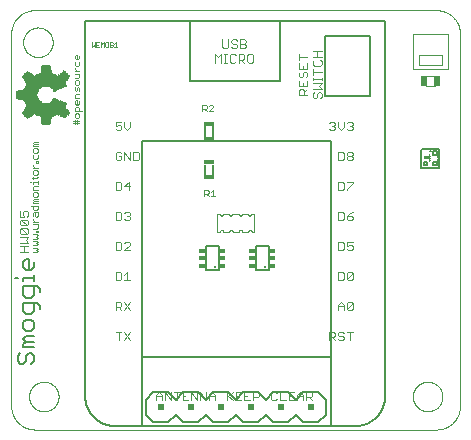
<source format=gto>
G75*
%MOIN*%
%OFA0B0*%
%FSLAX25Y25*%
%IPPOS*%
%LPD*%
%AMOC8*
5,1,8,0,0,1.08239X$1,22.5*
%
%ADD10C,0.00000*%
%ADD11C,0.00500*%
%ADD12C,0.00200*%
%ADD13C,0.00300*%
%ADD14R,0.00236X0.00709*%
%ADD15R,0.00236X0.00472*%
%ADD16R,0.00236X0.01181*%
%ADD17R,0.00236X0.01890*%
%ADD18R,0.00236X0.01654*%
%ADD19R,0.00236X0.02126*%
%ADD20R,0.00236X0.02362*%
%ADD21R,0.00236X0.02835*%
%ADD22R,0.00236X0.03307*%
%ADD23R,0.00236X0.00945*%
%ADD24R,0.00236X0.03543*%
%ADD25R,0.00236X0.05197*%
%ADD26R,0.00236X0.05433*%
%ADD27R,0.00236X0.05669*%
%ADD28R,0.00236X0.04961*%
%ADD29R,0.00236X0.05906*%
%ADD30R,0.00236X0.06142*%
%ADD31R,0.00236X0.07087*%
%ADD32R,0.00236X0.07323*%
%ADD33R,0.00236X0.06378*%
%ADD34R,0.00236X0.06614*%
%ADD35R,0.00236X0.13701*%
%ADD36R,0.00236X0.13465*%
%ADD37R,0.00236X0.13228*%
%ADD38R,0.00236X0.12992*%
%ADD39R,0.00236X0.14173*%
%ADD40R,0.00236X0.14409*%
%ADD41R,0.00236X0.14646*%
%ADD42R,0.00236X0.15118*%
%ADD43R,0.00236X0.15354*%
%ADD44R,0.00236X0.15591*%
%ADD45R,0.00236X0.15827*%
%ADD46R,0.00236X0.03071*%
%ADD47R,0.00236X0.04724*%
%ADD48R,0.00236X0.03780*%
%ADD49R,0.00236X0.01417*%
%ADD50C,0.00800*%
%ADD51C,0.00100*%
%ADD52C,0.00600*%
%ADD53R,0.03400X0.01600*%
%ADD54C,0.00400*%
%ADD55R,0.01969X0.03740*%
%ADD56R,0.02000X0.02000*%
%ADD57C,0.00197*%
%ADD58C,0.01181*%
%ADD59R,0.01969X0.01181*%
D10*
X0009474Y0001600D02*
X0143332Y0001600D01*
X0143522Y0001602D01*
X0143712Y0001609D01*
X0143902Y0001621D01*
X0144092Y0001637D01*
X0144281Y0001657D01*
X0144470Y0001683D01*
X0144658Y0001712D01*
X0144845Y0001747D01*
X0145031Y0001786D01*
X0145216Y0001829D01*
X0145401Y0001877D01*
X0145584Y0001929D01*
X0145765Y0001985D01*
X0145945Y0002046D01*
X0146124Y0002112D01*
X0146301Y0002181D01*
X0146477Y0002255D01*
X0146650Y0002333D01*
X0146822Y0002416D01*
X0146991Y0002502D01*
X0147159Y0002592D01*
X0147324Y0002687D01*
X0147487Y0002785D01*
X0147647Y0002888D01*
X0147805Y0002994D01*
X0147960Y0003104D01*
X0148113Y0003217D01*
X0148263Y0003335D01*
X0148409Y0003456D01*
X0148553Y0003580D01*
X0148694Y0003708D01*
X0148832Y0003839D01*
X0148967Y0003974D01*
X0149098Y0004112D01*
X0149226Y0004253D01*
X0149350Y0004397D01*
X0149471Y0004543D01*
X0149589Y0004693D01*
X0149702Y0004846D01*
X0149812Y0005001D01*
X0149918Y0005159D01*
X0150021Y0005319D01*
X0150119Y0005482D01*
X0150214Y0005647D01*
X0150304Y0005815D01*
X0150390Y0005984D01*
X0150473Y0006156D01*
X0150551Y0006329D01*
X0150625Y0006505D01*
X0150694Y0006682D01*
X0150760Y0006861D01*
X0150821Y0007041D01*
X0150877Y0007222D01*
X0150929Y0007405D01*
X0150977Y0007590D01*
X0151020Y0007775D01*
X0151059Y0007961D01*
X0151094Y0008148D01*
X0151123Y0008336D01*
X0151149Y0008525D01*
X0151169Y0008714D01*
X0151185Y0008904D01*
X0151197Y0009094D01*
X0151204Y0009284D01*
X0151206Y0009474D01*
X0151206Y0133490D01*
X0151204Y0133680D01*
X0151197Y0133870D01*
X0151185Y0134060D01*
X0151169Y0134250D01*
X0151149Y0134439D01*
X0151123Y0134628D01*
X0151094Y0134816D01*
X0151059Y0135003D01*
X0151020Y0135189D01*
X0150977Y0135374D01*
X0150929Y0135559D01*
X0150877Y0135742D01*
X0150821Y0135923D01*
X0150760Y0136103D01*
X0150694Y0136282D01*
X0150625Y0136459D01*
X0150551Y0136635D01*
X0150473Y0136808D01*
X0150390Y0136980D01*
X0150304Y0137149D01*
X0150214Y0137317D01*
X0150119Y0137482D01*
X0150021Y0137645D01*
X0149918Y0137805D01*
X0149812Y0137963D01*
X0149702Y0138118D01*
X0149589Y0138271D01*
X0149471Y0138421D01*
X0149350Y0138567D01*
X0149226Y0138711D01*
X0149098Y0138852D01*
X0148967Y0138990D01*
X0148832Y0139125D01*
X0148694Y0139256D01*
X0148553Y0139384D01*
X0148409Y0139508D01*
X0148263Y0139629D01*
X0148113Y0139747D01*
X0147960Y0139860D01*
X0147805Y0139970D01*
X0147647Y0140076D01*
X0147487Y0140179D01*
X0147324Y0140277D01*
X0147159Y0140372D01*
X0146991Y0140462D01*
X0146822Y0140548D01*
X0146650Y0140631D01*
X0146477Y0140709D01*
X0146301Y0140783D01*
X0146124Y0140852D01*
X0145945Y0140918D01*
X0145765Y0140979D01*
X0145584Y0141035D01*
X0145401Y0141087D01*
X0145216Y0141135D01*
X0145031Y0141178D01*
X0144845Y0141217D01*
X0144658Y0141252D01*
X0144470Y0141281D01*
X0144281Y0141307D01*
X0144092Y0141327D01*
X0143902Y0141343D01*
X0143712Y0141355D01*
X0143522Y0141362D01*
X0143332Y0141364D01*
X0009474Y0141364D01*
X0009284Y0141362D01*
X0009094Y0141355D01*
X0008904Y0141343D01*
X0008714Y0141327D01*
X0008525Y0141307D01*
X0008336Y0141281D01*
X0008148Y0141252D01*
X0007961Y0141217D01*
X0007775Y0141178D01*
X0007590Y0141135D01*
X0007405Y0141087D01*
X0007222Y0141035D01*
X0007041Y0140979D01*
X0006861Y0140918D01*
X0006682Y0140852D01*
X0006505Y0140783D01*
X0006329Y0140709D01*
X0006156Y0140631D01*
X0005984Y0140548D01*
X0005815Y0140462D01*
X0005647Y0140372D01*
X0005482Y0140277D01*
X0005319Y0140179D01*
X0005159Y0140076D01*
X0005001Y0139970D01*
X0004846Y0139860D01*
X0004693Y0139747D01*
X0004543Y0139629D01*
X0004397Y0139508D01*
X0004253Y0139384D01*
X0004112Y0139256D01*
X0003974Y0139125D01*
X0003839Y0138990D01*
X0003708Y0138852D01*
X0003580Y0138711D01*
X0003456Y0138567D01*
X0003335Y0138421D01*
X0003217Y0138271D01*
X0003104Y0138118D01*
X0002994Y0137963D01*
X0002888Y0137805D01*
X0002785Y0137645D01*
X0002687Y0137482D01*
X0002592Y0137317D01*
X0002502Y0137149D01*
X0002416Y0136980D01*
X0002333Y0136808D01*
X0002255Y0136635D01*
X0002181Y0136459D01*
X0002112Y0136282D01*
X0002046Y0136103D01*
X0001985Y0135923D01*
X0001929Y0135742D01*
X0001877Y0135559D01*
X0001829Y0135374D01*
X0001786Y0135189D01*
X0001747Y0135003D01*
X0001712Y0134816D01*
X0001683Y0134628D01*
X0001657Y0134439D01*
X0001637Y0134250D01*
X0001621Y0134060D01*
X0001609Y0133870D01*
X0001602Y0133680D01*
X0001600Y0133490D01*
X0001600Y0009474D01*
X0001602Y0009284D01*
X0001609Y0009094D01*
X0001621Y0008904D01*
X0001637Y0008714D01*
X0001657Y0008525D01*
X0001683Y0008336D01*
X0001712Y0008148D01*
X0001747Y0007961D01*
X0001786Y0007775D01*
X0001829Y0007590D01*
X0001877Y0007405D01*
X0001929Y0007222D01*
X0001985Y0007041D01*
X0002046Y0006861D01*
X0002112Y0006682D01*
X0002181Y0006505D01*
X0002255Y0006329D01*
X0002333Y0006156D01*
X0002416Y0005984D01*
X0002502Y0005815D01*
X0002592Y0005647D01*
X0002687Y0005482D01*
X0002785Y0005319D01*
X0002888Y0005159D01*
X0002994Y0005001D01*
X0003104Y0004846D01*
X0003217Y0004693D01*
X0003335Y0004543D01*
X0003456Y0004397D01*
X0003580Y0004253D01*
X0003708Y0004112D01*
X0003839Y0003974D01*
X0003974Y0003839D01*
X0004112Y0003708D01*
X0004253Y0003580D01*
X0004397Y0003456D01*
X0004543Y0003335D01*
X0004693Y0003217D01*
X0004846Y0003104D01*
X0005001Y0002994D01*
X0005159Y0002888D01*
X0005319Y0002785D01*
X0005482Y0002687D01*
X0005647Y0002592D01*
X0005815Y0002502D01*
X0005984Y0002416D01*
X0006156Y0002333D01*
X0006329Y0002255D01*
X0006505Y0002181D01*
X0006682Y0002112D01*
X0006861Y0002046D01*
X0007041Y0001985D01*
X0007222Y0001929D01*
X0007405Y0001877D01*
X0007590Y0001829D01*
X0007775Y0001786D01*
X0007961Y0001747D01*
X0008148Y0001712D01*
X0008336Y0001683D01*
X0008525Y0001657D01*
X0008714Y0001637D01*
X0008904Y0001621D01*
X0009094Y0001609D01*
X0009284Y0001602D01*
X0009474Y0001600D01*
X0007537Y0012589D02*
X0007539Y0012729D01*
X0007545Y0012869D01*
X0007555Y0013008D01*
X0007569Y0013147D01*
X0007587Y0013286D01*
X0007608Y0013424D01*
X0007634Y0013562D01*
X0007664Y0013699D01*
X0007697Y0013834D01*
X0007735Y0013969D01*
X0007776Y0014103D01*
X0007821Y0014236D01*
X0007869Y0014367D01*
X0007922Y0014496D01*
X0007978Y0014625D01*
X0008037Y0014751D01*
X0008101Y0014876D01*
X0008167Y0014999D01*
X0008238Y0015120D01*
X0008311Y0015239D01*
X0008388Y0015356D01*
X0008469Y0015470D01*
X0008552Y0015582D01*
X0008639Y0015692D01*
X0008729Y0015800D01*
X0008821Y0015904D01*
X0008917Y0016006D01*
X0009016Y0016106D01*
X0009117Y0016202D01*
X0009221Y0016296D01*
X0009328Y0016386D01*
X0009437Y0016473D01*
X0009549Y0016558D01*
X0009663Y0016639D01*
X0009779Y0016717D01*
X0009897Y0016791D01*
X0010018Y0016862D01*
X0010140Y0016930D01*
X0010265Y0016994D01*
X0010391Y0017055D01*
X0010518Y0017112D01*
X0010648Y0017165D01*
X0010779Y0017215D01*
X0010911Y0017260D01*
X0011044Y0017303D01*
X0011179Y0017341D01*
X0011314Y0017375D01*
X0011451Y0017406D01*
X0011588Y0017433D01*
X0011726Y0017455D01*
X0011865Y0017474D01*
X0012004Y0017489D01*
X0012143Y0017500D01*
X0012283Y0017507D01*
X0012423Y0017510D01*
X0012563Y0017509D01*
X0012703Y0017504D01*
X0012842Y0017495D01*
X0012982Y0017482D01*
X0013121Y0017465D01*
X0013259Y0017444D01*
X0013397Y0017420D01*
X0013534Y0017391D01*
X0013670Y0017359D01*
X0013805Y0017322D01*
X0013939Y0017282D01*
X0014072Y0017238D01*
X0014203Y0017190D01*
X0014333Y0017139D01*
X0014462Y0017084D01*
X0014589Y0017025D01*
X0014714Y0016962D01*
X0014837Y0016897D01*
X0014959Y0016827D01*
X0015078Y0016754D01*
X0015196Y0016678D01*
X0015311Y0016599D01*
X0015424Y0016516D01*
X0015534Y0016430D01*
X0015642Y0016341D01*
X0015747Y0016249D01*
X0015850Y0016154D01*
X0015950Y0016056D01*
X0016047Y0015956D01*
X0016141Y0015852D01*
X0016233Y0015746D01*
X0016321Y0015638D01*
X0016406Y0015527D01*
X0016488Y0015413D01*
X0016567Y0015297D01*
X0016642Y0015180D01*
X0016714Y0015060D01*
X0016782Y0014938D01*
X0016847Y0014814D01*
X0016909Y0014688D01*
X0016967Y0014561D01*
X0017021Y0014432D01*
X0017072Y0014301D01*
X0017118Y0014169D01*
X0017161Y0014036D01*
X0017201Y0013902D01*
X0017236Y0013767D01*
X0017268Y0013630D01*
X0017295Y0013493D01*
X0017319Y0013355D01*
X0017339Y0013217D01*
X0017355Y0013078D01*
X0017367Y0012938D01*
X0017375Y0012799D01*
X0017379Y0012659D01*
X0017379Y0012519D01*
X0017375Y0012379D01*
X0017367Y0012240D01*
X0017355Y0012100D01*
X0017339Y0011961D01*
X0017319Y0011823D01*
X0017295Y0011685D01*
X0017268Y0011548D01*
X0017236Y0011411D01*
X0017201Y0011276D01*
X0017161Y0011142D01*
X0017118Y0011009D01*
X0017072Y0010877D01*
X0017021Y0010746D01*
X0016967Y0010617D01*
X0016909Y0010490D01*
X0016847Y0010364D01*
X0016782Y0010240D01*
X0016714Y0010118D01*
X0016642Y0009998D01*
X0016567Y0009881D01*
X0016488Y0009765D01*
X0016406Y0009651D01*
X0016321Y0009540D01*
X0016233Y0009432D01*
X0016141Y0009326D01*
X0016047Y0009222D01*
X0015950Y0009122D01*
X0015850Y0009024D01*
X0015747Y0008929D01*
X0015642Y0008837D01*
X0015534Y0008748D01*
X0015424Y0008662D01*
X0015311Y0008579D01*
X0015196Y0008500D01*
X0015078Y0008424D01*
X0014959Y0008351D01*
X0014837Y0008281D01*
X0014714Y0008216D01*
X0014589Y0008153D01*
X0014462Y0008094D01*
X0014333Y0008039D01*
X0014203Y0007988D01*
X0014072Y0007940D01*
X0013939Y0007896D01*
X0013805Y0007856D01*
X0013670Y0007819D01*
X0013534Y0007787D01*
X0013397Y0007758D01*
X0013259Y0007734D01*
X0013121Y0007713D01*
X0012982Y0007696D01*
X0012842Y0007683D01*
X0012703Y0007674D01*
X0012563Y0007669D01*
X0012423Y0007668D01*
X0012283Y0007671D01*
X0012143Y0007678D01*
X0012004Y0007689D01*
X0011865Y0007704D01*
X0011726Y0007723D01*
X0011588Y0007745D01*
X0011451Y0007772D01*
X0011314Y0007803D01*
X0011179Y0007837D01*
X0011044Y0007875D01*
X0010911Y0007918D01*
X0010779Y0007963D01*
X0010648Y0008013D01*
X0010518Y0008066D01*
X0010391Y0008123D01*
X0010265Y0008184D01*
X0010140Y0008248D01*
X0010018Y0008316D01*
X0009897Y0008387D01*
X0009779Y0008461D01*
X0009663Y0008539D01*
X0009549Y0008620D01*
X0009437Y0008705D01*
X0009328Y0008792D01*
X0009221Y0008882D01*
X0009117Y0008976D01*
X0009016Y0009072D01*
X0008917Y0009172D01*
X0008821Y0009274D01*
X0008729Y0009378D01*
X0008639Y0009486D01*
X0008552Y0009596D01*
X0008469Y0009708D01*
X0008388Y0009822D01*
X0008311Y0009939D01*
X0008238Y0010058D01*
X0008167Y0010179D01*
X0008101Y0010302D01*
X0008037Y0010427D01*
X0007978Y0010553D01*
X0007922Y0010682D01*
X0007869Y0010811D01*
X0007821Y0010942D01*
X0007776Y0011075D01*
X0007735Y0011209D01*
X0007697Y0011344D01*
X0007664Y0011479D01*
X0007634Y0011616D01*
X0007608Y0011754D01*
X0007587Y0011892D01*
X0007569Y0012031D01*
X0007555Y0012170D01*
X0007545Y0012309D01*
X0007539Y0012449D01*
X0007537Y0012589D01*
X0005586Y0130686D02*
X0005588Y0130826D01*
X0005594Y0130966D01*
X0005604Y0131105D01*
X0005618Y0131244D01*
X0005636Y0131383D01*
X0005657Y0131521D01*
X0005683Y0131659D01*
X0005713Y0131796D01*
X0005746Y0131931D01*
X0005784Y0132066D01*
X0005825Y0132200D01*
X0005870Y0132333D01*
X0005918Y0132464D01*
X0005971Y0132593D01*
X0006027Y0132722D01*
X0006086Y0132848D01*
X0006150Y0132973D01*
X0006216Y0133096D01*
X0006287Y0133217D01*
X0006360Y0133336D01*
X0006437Y0133453D01*
X0006518Y0133567D01*
X0006601Y0133679D01*
X0006688Y0133789D01*
X0006778Y0133897D01*
X0006870Y0134001D01*
X0006966Y0134103D01*
X0007065Y0134203D01*
X0007166Y0134299D01*
X0007270Y0134393D01*
X0007377Y0134483D01*
X0007486Y0134570D01*
X0007598Y0134655D01*
X0007712Y0134736D01*
X0007828Y0134814D01*
X0007946Y0134888D01*
X0008067Y0134959D01*
X0008189Y0135027D01*
X0008314Y0135091D01*
X0008440Y0135152D01*
X0008567Y0135209D01*
X0008697Y0135262D01*
X0008828Y0135312D01*
X0008960Y0135357D01*
X0009093Y0135400D01*
X0009228Y0135438D01*
X0009363Y0135472D01*
X0009500Y0135503D01*
X0009637Y0135530D01*
X0009775Y0135552D01*
X0009914Y0135571D01*
X0010053Y0135586D01*
X0010192Y0135597D01*
X0010332Y0135604D01*
X0010472Y0135607D01*
X0010612Y0135606D01*
X0010752Y0135601D01*
X0010891Y0135592D01*
X0011031Y0135579D01*
X0011170Y0135562D01*
X0011308Y0135541D01*
X0011446Y0135517D01*
X0011583Y0135488D01*
X0011719Y0135456D01*
X0011854Y0135419D01*
X0011988Y0135379D01*
X0012121Y0135335D01*
X0012252Y0135287D01*
X0012382Y0135236D01*
X0012511Y0135181D01*
X0012638Y0135122D01*
X0012763Y0135059D01*
X0012886Y0134994D01*
X0013008Y0134924D01*
X0013127Y0134851D01*
X0013245Y0134775D01*
X0013360Y0134696D01*
X0013473Y0134613D01*
X0013583Y0134527D01*
X0013691Y0134438D01*
X0013796Y0134346D01*
X0013899Y0134251D01*
X0013999Y0134153D01*
X0014096Y0134053D01*
X0014190Y0133949D01*
X0014282Y0133843D01*
X0014370Y0133735D01*
X0014455Y0133624D01*
X0014537Y0133510D01*
X0014616Y0133394D01*
X0014691Y0133277D01*
X0014763Y0133157D01*
X0014831Y0133035D01*
X0014896Y0132911D01*
X0014958Y0132785D01*
X0015016Y0132658D01*
X0015070Y0132529D01*
X0015121Y0132398D01*
X0015167Y0132266D01*
X0015210Y0132133D01*
X0015250Y0131999D01*
X0015285Y0131864D01*
X0015317Y0131727D01*
X0015344Y0131590D01*
X0015368Y0131452D01*
X0015388Y0131314D01*
X0015404Y0131175D01*
X0015416Y0131035D01*
X0015424Y0130896D01*
X0015428Y0130756D01*
X0015428Y0130616D01*
X0015424Y0130476D01*
X0015416Y0130337D01*
X0015404Y0130197D01*
X0015388Y0130058D01*
X0015368Y0129920D01*
X0015344Y0129782D01*
X0015317Y0129645D01*
X0015285Y0129508D01*
X0015250Y0129373D01*
X0015210Y0129239D01*
X0015167Y0129106D01*
X0015121Y0128974D01*
X0015070Y0128843D01*
X0015016Y0128714D01*
X0014958Y0128587D01*
X0014896Y0128461D01*
X0014831Y0128337D01*
X0014763Y0128215D01*
X0014691Y0128095D01*
X0014616Y0127978D01*
X0014537Y0127862D01*
X0014455Y0127748D01*
X0014370Y0127637D01*
X0014282Y0127529D01*
X0014190Y0127423D01*
X0014096Y0127319D01*
X0013999Y0127219D01*
X0013899Y0127121D01*
X0013796Y0127026D01*
X0013691Y0126934D01*
X0013583Y0126845D01*
X0013473Y0126759D01*
X0013360Y0126676D01*
X0013245Y0126597D01*
X0013127Y0126521D01*
X0013008Y0126448D01*
X0012886Y0126378D01*
X0012763Y0126313D01*
X0012638Y0126250D01*
X0012511Y0126191D01*
X0012382Y0126136D01*
X0012252Y0126085D01*
X0012121Y0126037D01*
X0011988Y0125993D01*
X0011854Y0125953D01*
X0011719Y0125916D01*
X0011583Y0125884D01*
X0011446Y0125855D01*
X0011308Y0125831D01*
X0011170Y0125810D01*
X0011031Y0125793D01*
X0010891Y0125780D01*
X0010752Y0125771D01*
X0010612Y0125766D01*
X0010472Y0125765D01*
X0010332Y0125768D01*
X0010192Y0125775D01*
X0010053Y0125786D01*
X0009914Y0125801D01*
X0009775Y0125820D01*
X0009637Y0125842D01*
X0009500Y0125869D01*
X0009363Y0125900D01*
X0009228Y0125934D01*
X0009093Y0125972D01*
X0008960Y0126015D01*
X0008828Y0126060D01*
X0008697Y0126110D01*
X0008567Y0126163D01*
X0008440Y0126220D01*
X0008314Y0126281D01*
X0008189Y0126345D01*
X0008067Y0126413D01*
X0007946Y0126484D01*
X0007828Y0126558D01*
X0007712Y0126636D01*
X0007598Y0126717D01*
X0007486Y0126802D01*
X0007377Y0126889D01*
X0007270Y0126979D01*
X0007166Y0127073D01*
X0007065Y0127169D01*
X0006966Y0127269D01*
X0006870Y0127371D01*
X0006778Y0127475D01*
X0006688Y0127583D01*
X0006601Y0127693D01*
X0006518Y0127805D01*
X0006437Y0127919D01*
X0006360Y0128036D01*
X0006287Y0128155D01*
X0006216Y0128276D01*
X0006150Y0128399D01*
X0006086Y0128524D01*
X0006027Y0128650D01*
X0005971Y0128779D01*
X0005918Y0128908D01*
X0005870Y0129039D01*
X0005825Y0129172D01*
X0005784Y0129306D01*
X0005746Y0129441D01*
X0005713Y0129576D01*
X0005683Y0129713D01*
X0005657Y0129851D01*
X0005636Y0129989D01*
X0005618Y0130128D01*
X0005604Y0130267D01*
X0005594Y0130406D01*
X0005588Y0130546D01*
X0005586Y0130686D01*
X0139120Y0092634D02*
X0139120Y0092033D01*
X0139520Y0092033D01*
X0139672Y0092033D02*
X0140072Y0092033D01*
X0140225Y0092033D02*
X0140525Y0092033D01*
X0140625Y0092133D01*
X0140625Y0092533D01*
X0140525Y0092634D01*
X0140225Y0092634D01*
X0140225Y0092033D01*
X0139872Y0092333D02*
X0139672Y0092333D01*
X0139672Y0092033D02*
X0139672Y0092634D01*
X0140072Y0092634D01*
X0140694Y0092820D02*
X0141028Y0092820D01*
X0140861Y0092820D02*
X0140861Y0093321D01*
X0140694Y0093154D01*
X0140977Y0092634D02*
X0140977Y0092033D01*
X0140777Y0092033D02*
X0141177Y0092033D01*
X0140945Y0091746D02*
X0140694Y0091496D01*
X0141028Y0091496D01*
X0140945Y0091246D02*
X0140945Y0091746D01*
X0140777Y0092433D02*
X0140977Y0092634D01*
X0143450Y0092427D02*
X0143784Y0092760D01*
X0143784Y0092844D01*
X0143701Y0092927D01*
X0143534Y0092927D01*
X0143450Y0092844D01*
X0143450Y0092427D02*
X0143784Y0092427D01*
X0143701Y0091746D02*
X0143784Y0091663D01*
X0143784Y0091579D01*
X0143701Y0091496D01*
X0143784Y0091412D01*
X0143784Y0091329D01*
X0143701Y0091246D01*
X0143534Y0091246D01*
X0143450Y0091329D01*
X0143617Y0091496D02*
X0143701Y0091496D01*
X0143701Y0091746D02*
X0143534Y0091746D01*
X0143450Y0091663D01*
X0135489Y0012589D02*
X0135491Y0012729D01*
X0135497Y0012869D01*
X0135507Y0013008D01*
X0135521Y0013147D01*
X0135539Y0013286D01*
X0135560Y0013424D01*
X0135586Y0013562D01*
X0135616Y0013699D01*
X0135649Y0013834D01*
X0135687Y0013969D01*
X0135728Y0014103D01*
X0135773Y0014236D01*
X0135821Y0014367D01*
X0135874Y0014496D01*
X0135930Y0014625D01*
X0135989Y0014751D01*
X0136053Y0014876D01*
X0136119Y0014999D01*
X0136190Y0015120D01*
X0136263Y0015239D01*
X0136340Y0015356D01*
X0136421Y0015470D01*
X0136504Y0015582D01*
X0136591Y0015692D01*
X0136681Y0015800D01*
X0136773Y0015904D01*
X0136869Y0016006D01*
X0136968Y0016106D01*
X0137069Y0016202D01*
X0137173Y0016296D01*
X0137280Y0016386D01*
X0137389Y0016473D01*
X0137501Y0016558D01*
X0137615Y0016639D01*
X0137731Y0016717D01*
X0137849Y0016791D01*
X0137970Y0016862D01*
X0138092Y0016930D01*
X0138217Y0016994D01*
X0138343Y0017055D01*
X0138470Y0017112D01*
X0138600Y0017165D01*
X0138731Y0017215D01*
X0138863Y0017260D01*
X0138996Y0017303D01*
X0139131Y0017341D01*
X0139266Y0017375D01*
X0139403Y0017406D01*
X0139540Y0017433D01*
X0139678Y0017455D01*
X0139817Y0017474D01*
X0139956Y0017489D01*
X0140095Y0017500D01*
X0140235Y0017507D01*
X0140375Y0017510D01*
X0140515Y0017509D01*
X0140655Y0017504D01*
X0140794Y0017495D01*
X0140934Y0017482D01*
X0141073Y0017465D01*
X0141211Y0017444D01*
X0141349Y0017420D01*
X0141486Y0017391D01*
X0141622Y0017359D01*
X0141757Y0017322D01*
X0141891Y0017282D01*
X0142024Y0017238D01*
X0142155Y0017190D01*
X0142285Y0017139D01*
X0142414Y0017084D01*
X0142541Y0017025D01*
X0142666Y0016962D01*
X0142789Y0016897D01*
X0142911Y0016827D01*
X0143030Y0016754D01*
X0143148Y0016678D01*
X0143263Y0016599D01*
X0143376Y0016516D01*
X0143486Y0016430D01*
X0143594Y0016341D01*
X0143699Y0016249D01*
X0143802Y0016154D01*
X0143902Y0016056D01*
X0143999Y0015956D01*
X0144093Y0015852D01*
X0144185Y0015746D01*
X0144273Y0015638D01*
X0144358Y0015527D01*
X0144440Y0015413D01*
X0144519Y0015297D01*
X0144594Y0015180D01*
X0144666Y0015060D01*
X0144734Y0014938D01*
X0144799Y0014814D01*
X0144861Y0014688D01*
X0144919Y0014561D01*
X0144973Y0014432D01*
X0145024Y0014301D01*
X0145070Y0014169D01*
X0145113Y0014036D01*
X0145153Y0013902D01*
X0145188Y0013767D01*
X0145220Y0013630D01*
X0145247Y0013493D01*
X0145271Y0013355D01*
X0145291Y0013217D01*
X0145307Y0013078D01*
X0145319Y0012938D01*
X0145327Y0012799D01*
X0145331Y0012659D01*
X0145331Y0012519D01*
X0145327Y0012379D01*
X0145319Y0012240D01*
X0145307Y0012100D01*
X0145291Y0011961D01*
X0145271Y0011823D01*
X0145247Y0011685D01*
X0145220Y0011548D01*
X0145188Y0011411D01*
X0145153Y0011276D01*
X0145113Y0011142D01*
X0145070Y0011009D01*
X0145024Y0010877D01*
X0144973Y0010746D01*
X0144919Y0010617D01*
X0144861Y0010490D01*
X0144799Y0010364D01*
X0144734Y0010240D01*
X0144666Y0010118D01*
X0144594Y0009998D01*
X0144519Y0009881D01*
X0144440Y0009765D01*
X0144358Y0009651D01*
X0144273Y0009540D01*
X0144185Y0009432D01*
X0144093Y0009326D01*
X0143999Y0009222D01*
X0143902Y0009122D01*
X0143802Y0009024D01*
X0143699Y0008929D01*
X0143594Y0008837D01*
X0143486Y0008748D01*
X0143376Y0008662D01*
X0143263Y0008579D01*
X0143148Y0008500D01*
X0143030Y0008424D01*
X0142911Y0008351D01*
X0142789Y0008281D01*
X0142666Y0008216D01*
X0142541Y0008153D01*
X0142414Y0008094D01*
X0142285Y0008039D01*
X0142155Y0007988D01*
X0142024Y0007940D01*
X0141891Y0007896D01*
X0141757Y0007856D01*
X0141622Y0007819D01*
X0141486Y0007787D01*
X0141349Y0007758D01*
X0141211Y0007734D01*
X0141073Y0007713D01*
X0140934Y0007696D01*
X0140794Y0007683D01*
X0140655Y0007674D01*
X0140515Y0007669D01*
X0140375Y0007668D01*
X0140235Y0007671D01*
X0140095Y0007678D01*
X0139956Y0007689D01*
X0139817Y0007704D01*
X0139678Y0007723D01*
X0139540Y0007745D01*
X0139403Y0007772D01*
X0139266Y0007803D01*
X0139131Y0007837D01*
X0138996Y0007875D01*
X0138863Y0007918D01*
X0138731Y0007963D01*
X0138600Y0008013D01*
X0138470Y0008066D01*
X0138343Y0008123D01*
X0138217Y0008184D01*
X0138092Y0008248D01*
X0137970Y0008316D01*
X0137849Y0008387D01*
X0137731Y0008461D01*
X0137615Y0008539D01*
X0137501Y0008620D01*
X0137389Y0008705D01*
X0137280Y0008792D01*
X0137173Y0008882D01*
X0137069Y0008976D01*
X0136968Y0009072D01*
X0136869Y0009172D01*
X0136773Y0009274D01*
X0136681Y0009378D01*
X0136591Y0009486D01*
X0136504Y0009596D01*
X0136421Y0009708D01*
X0136340Y0009822D01*
X0136263Y0009939D01*
X0136190Y0010058D01*
X0136119Y0010179D01*
X0136053Y0010302D01*
X0135989Y0010427D01*
X0135930Y0010553D01*
X0135874Y0010682D01*
X0135821Y0010811D01*
X0135773Y0010942D01*
X0135728Y0011075D01*
X0135687Y0011209D01*
X0135649Y0011344D01*
X0135616Y0011479D01*
X0135586Y0011616D01*
X0135560Y0011754D01*
X0135539Y0011892D01*
X0135521Y0012031D01*
X0135507Y0012170D01*
X0135497Y0012309D01*
X0135491Y0012449D01*
X0135489Y0012589D01*
D11*
X0126246Y0012771D02*
X0126246Y0137771D01*
X0026246Y0137771D01*
X0026246Y0012771D01*
X0026249Y0012529D01*
X0026258Y0012288D01*
X0026272Y0012047D01*
X0026293Y0011806D01*
X0026319Y0011566D01*
X0026351Y0011326D01*
X0026389Y0011087D01*
X0026432Y0010850D01*
X0026482Y0010613D01*
X0026537Y0010378D01*
X0026597Y0010144D01*
X0026664Y0009912D01*
X0026735Y0009681D01*
X0026813Y0009452D01*
X0026896Y0009225D01*
X0026984Y0009000D01*
X0027078Y0008777D01*
X0027177Y0008557D01*
X0027282Y0008339D01*
X0027391Y0008124D01*
X0027506Y0007911D01*
X0027626Y0007701D01*
X0027751Y0007495D01*
X0027881Y0007291D01*
X0028016Y0007090D01*
X0028156Y0006893D01*
X0028300Y0006699D01*
X0028449Y0006509D01*
X0028603Y0006323D01*
X0028761Y0006140D01*
X0028923Y0005961D01*
X0029090Y0005786D01*
X0029261Y0005615D01*
X0029436Y0005448D01*
X0029615Y0005286D01*
X0029798Y0005128D01*
X0029984Y0004974D01*
X0030174Y0004825D01*
X0030368Y0004681D01*
X0030565Y0004541D01*
X0030766Y0004406D01*
X0030970Y0004276D01*
X0031176Y0004151D01*
X0031386Y0004031D01*
X0031599Y0003916D01*
X0031814Y0003807D01*
X0032032Y0003702D01*
X0032252Y0003603D01*
X0032475Y0003509D01*
X0032700Y0003421D01*
X0032927Y0003338D01*
X0033156Y0003260D01*
X0033387Y0003189D01*
X0033619Y0003122D01*
X0033853Y0003062D01*
X0034088Y0003007D01*
X0034325Y0002957D01*
X0034562Y0002914D01*
X0034801Y0002876D01*
X0035041Y0002844D01*
X0035281Y0002818D01*
X0035522Y0002797D01*
X0035763Y0002783D01*
X0036004Y0002774D01*
X0036246Y0002771D01*
X0116246Y0002771D01*
X0108135Y0002866D02*
X0045143Y0002866D01*
X0045143Y0025700D01*
X0108135Y0025700D01*
X0108135Y0002866D01*
X0116246Y0002771D02*
X0116488Y0002774D01*
X0116729Y0002783D01*
X0116970Y0002797D01*
X0117211Y0002818D01*
X0117451Y0002844D01*
X0117691Y0002876D01*
X0117930Y0002914D01*
X0118167Y0002957D01*
X0118404Y0003007D01*
X0118639Y0003062D01*
X0118873Y0003122D01*
X0119105Y0003189D01*
X0119336Y0003260D01*
X0119565Y0003338D01*
X0119792Y0003421D01*
X0120017Y0003509D01*
X0120240Y0003603D01*
X0120460Y0003702D01*
X0120678Y0003807D01*
X0120893Y0003916D01*
X0121106Y0004031D01*
X0121316Y0004151D01*
X0121522Y0004276D01*
X0121726Y0004406D01*
X0121927Y0004541D01*
X0122124Y0004681D01*
X0122318Y0004825D01*
X0122508Y0004974D01*
X0122694Y0005128D01*
X0122877Y0005286D01*
X0123056Y0005448D01*
X0123231Y0005615D01*
X0123402Y0005786D01*
X0123569Y0005961D01*
X0123731Y0006140D01*
X0123889Y0006323D01*
X0124043Y0006509D01*
X0124192Y0006699D01*
X0124336Y0006893D01*
X0124476Y0007090D01*
X0124611Y0007291D01*
X0124741Y0007495D01*
X0124866Y0007701D01*
X0124986Y0007911D01*
X0125101Y0008124D01*
X0125210Y0008339D01*
X0125315Y0008557D01*
X0125414Y0008777D01*
X0125508Y0009000D01*
X0125596Y0009225D01*
X0125679Y0009452D01*
X0125757Y0009681D01*
X0125828Y0009912D01*
X0125895Y0010144D01*
X0125955Y0010378D01*
X0126010Y0010613D01*
X0126060Y0010850D01*
X0126103Y0011087D01*
X0126141Y0011326D01*
X0126173Y0011566D01*
X0126199Y0011806D01*
X0126220Y0012047D01*
X0126234Y0012288D01*
X0126243Y0012529D01*
X0126246Y0012771D01*
X0108146Y0025671D02*
X0108146Y0097771D01*
X0045246Y0097771D01*
X0045146Y0097771D02*
X0045146Y0025671D01*
X0045246Y0025671D01*
X0011059Y0041913D02*
X0011059Y0042830D01*
X0010141Y0043747D01*
X0005554Y0043747D01*
X0005554Y0040995D01*
X0006472Y0040078D01*
X0008307Y0040078D01*
X0009224Y0040995D01*
X0009224Y0043747D01*
X0008307Y0045602D02*
X0006472Y0045602D01*
X0005554Y0046520D01*
X0005554Y0049272D01*
X0010141Y0049272D01*
X0011059Y0048355D01*
X0011059Y0047437D01*
X0009224Y0046520D02*
X0009224Y0049272D01*
X0009224Y0051127D02*
X0009224Y0052962D01*
X0009224Y0052045D02*
X0005554Y0052045D01*
X0005554Y0051127D01*
X0003719Y0052045D02*
X0002802Y0052045D01*
X0006472Y0054810D02*
X0005554Y0055728D01*
X0005554Y0057563D01*
X0006472Y0058480D01*
X0007389Y0058480D01*
X0007389Y0054810D01*
X0006472Y0054810D02*
X0008307Y0054810D01*
X0009224Y0055728D01*
X0009224Y0057563D01*
X0009224Y0046520D02*
X0008307Y0045602D01*
X0008307Y0038223D02*
X0006472Y0038223D01*
X0005554Y0037305D01*
X0005554Y0035470D01*
X0006472Y0034553D01*
X0008307Y0034553D01*
X0009224Y0035470D01*
X0009224Y0037305D01*
X0008307Y0038223D01*
X0009224Y0032698D02*
X0006472Y0032698D01*
X0005554Y0031781D01*
X0006472Y0030863D01*
X0009224Y0030863D01*
X0006472Y0030863D02*
X0005554Y0029946D01*
X0005554Y0029028D01*
X0009224Y0029028D01*
X0008307Y0027173D02*
X0007389Y0027173D01*
X0006472Y0026256D01*
X0006472Y0024421D01*
X0005554Y0023504D01*
X0004637Y0023504D01*
X0003719Y0024421D01*
X0003719Y0026256D01*
X0004637Y0027173D01*
X0008307Y0027173D02*
X0009224Y0026256D01*
X0009224Y0024421D01*
X0008307Y0023504D01*
X0138332Y0088883D02*
X0138332Y0094789D01*
X0138726Y0095183D01*
X0144238Y0095183D01*
X0144238Y0088883D01*
X0138332Y0088883D01*
X0139120Y0089671D02*
X0139120Y0090852D01*
X0140301Y0090852D01*
X0140301Y0089671D01*
X0139120Y0089671D01*
X0142269Y0089671D02*
X0142269Y0090852D01*
X0143450Y0090852D01*
X0143450Y0089671D01*
X0142269Y0089671D01*
X0142269Y0093214D02*
X0143450Y0093214D01*
X0143450Y0094395D01*
X0142269Y0094395D01*
X0142269Y0093214D01*
X0141482Y0094395D02*
X0141088Y0094395D01*
D12*
X0069580Y0079330D02*
X0068112Y0079330D01*
X0068846Y0079330D02*
X0068846Y0081531D01*
X0068112Y0080797D01*
X0067370Y0080430D02*
X0067003Y0080063D01*
X0065902Y0080063D01*
X0065902Y0079330D02*
X0065902Y0081531D01*
X0067003Y0081531D01*
X0067370Y0081164D01*
X0067370Y0080430D01*
X0066636Y0080063D02*
X0067370Y0079330D01*
X0067473Y0107694D02*
X0068941Y0109162D01*
X0068941Y0109529D01*
X0068574Y0109896D01*
X0067840Y0109896D01*
X0067473Y0109529D01*
X0066731Y0109529D02*
X0066731Y0108795D01*
X0066364Y0108428D01*
X0065263Y0108428D01*
X0065263Y0107694D02*
X0065263Y0109896D01*
X0066364Y0109896D01*
X0066731Y0109529D01*
X0065997Y0108428D02*
X0066731Y0107694D01*
X0067473Y0107694D02*
X0068941Y0107694D01*
X0025029Y0107695D02*
X0022827Y0107695D01*
X0022827Y0108795D01*
X0023194Y0109162D01*
X0023928Y0109162D01*
X0024295Y0108795D01*
X0024295Y0107695D01*
X0023928Y0106953D02*
X0023194Y0106953D01*
X0022827Y0106586D01*
X0022827Y0105852D01*
X0023194Y0105485D01*
X0023928Y0105485D01*
X0024295Y0105852D01*
X0024295Y0106586D01*
X0023928Y0106953D01*
X0023561Y0104743D02*
X0023561Y0103275D01*
X0022827Y0103275D02*
X0022827Y0104376D01*
X0022827Y0104743D01*
X0022093Y0104376D02*
X0024295Y0104376D01*
X0024295Y0103642D02*
X0022093Y0103642D01*
X0023194Y0109904D02*
X0022827Y0110271D01*
X0022827Y0111005D01*
X0023194Y0111372D01*
X0023561Y0111372D01*
X0023561Y0109904D01*
X0023928Y0109904D02*
X0023194Y0109904D01*
X0023928Y0109904D02*
X0024295Y0110271D01*
X0024295Y0111005D01*
X0024295Y0112114D02*
X0022827Y0112114D01*
X0022827Y0113215D01*
X0023194Y0113582D01*
X0024295Y0113582D01*
X0024295Y0114324D02*
X0024295Y0115425D01*
X0023928Y0115792D01*
X0023561Y0115425D01*
X0023561Y0114691D01*
X0023194Y0114324D01*
X0022827Y0114691D01*
X0022827Y0115792D01*
X0023194Y0116534D02*
X0023928Y0116534D01*
X0024295Y0116901D01*
X0024295Y0117635D01*
X0023928Y0118002D01*
X0023194Y0118002D01*
X0022827Y0117635D01*
X0022827Y0116901D01*
X0023194Y0116534D01*
X0022827Y0118744D02*
X0023928Y0118744D01*
X0024295Y0119111D01*
X0024295Y0120212D01*
X0022827Y0120212D01*
X0022827Y0120954D02*
X0024295Y0120954D01*
X0023561Y0120954D02*
X0022827Y0121688D01*
X0022827Y0122055D01*
X0023194Y0122795D02*
X0023928Y0122795D01*
X0024295Y0123162D01*
X0024295Y0124263D01*
X0023928Y0125005D02*
X0023194Y0125005D01*
X0022827Y0125372D01*
X0022827Y0126106D01*
X0023194Y0126473D01*
X0023561Y0126473D01*
X0023561Y0125005D01*
X0023928Y0125005D02*
X0024295Y0125372D01*
X0024295Y0126106D01*
X0022827Y0124263D02*
X0022827Y0123162D01*
X0023194Y0122795D01*
X0010358Y0097581D02*
X0009257Y0097581D01*
X0008890Y0097214D01*
X0009257Y0096847D01*
X0010358Y0096847D01*
X0010358Y0096113D02*
X0008890Y0096113D01*
X0008890Y0096480D01*
X0009257Y0096847D01*
X0009257Y0095371D02*
X0008890Y0095004D01*
X0008890Y0094270D01*
X0009257Y0093903D01*
X0009991Y0093903D01*
X0010358Y0094270D01*
X0010358Y0095004D01*
X0009991Y0095371D01*
X0009257Y0095371D01*
X0008890Y0093161D02*
X0008890Y0092060D01*
X0009257Y0091693D01*
X0009991Y0091693D01*
X0010358Y0092060D01*
X0010358Y0093161D01*
X0010358Y0090955D02*
X0010358Y0090588D01*
X0009991Y0090588D01*
X0009991Y0090955D01*
X0010358Y0090955D01*
X0008890Y0089848D02*
X0008890Y0089481D01*
X0009624Y0088747D01*
X0010358Y0088747D02*
X0008890Y0088747D01*
X0009257Y0088005D02*
X0008890Y0087638D01*
X0008890Y0086904D01*
X0009257Y0086537D01*
X0009991Y0086537D01*
X0010358Y0086904D01*
X0010358Y0087638D01*
X0009991Y0088005D01*
X0009257Y0088005D01*
X0008890Y0085798D02*
X0008890Y0085064D01*
X0008523Y0085431D02*
X0009991Y0085431D01*
X0010358Y0085798D01*
X0010358Y0084324D02*
X0010358Y0083591D01*
X0010358Y0083958D02*
X0008890Y0083958D01*
X0008890Y0083591D01*
X0008156Y0083958D02*
X0007789Y0083958D01*
X0009257Y0082849D02*
X0010358Y0082849D01*
X0009257Y0082849D02*
X0008890Y0082482D01*
X0008890Y0081381D01*
X0010358Y0081381D01*
X0009991Y0080639D02*
X0009257Y0080639D01*
X0008890Y0080272D01*
X0008890Y0079538D01*
X0009257Y0079171D01*
X0009991Y0079171D01*
X0010358Y0079538D01*
X0010358Y0080272D01*
X0009991Y0080639D01*
X0010358Y0078429D02*
X0009257Y0078429D01*
X0008890Y0078062D01*
X0009257Y0077695D01*
X0010358Y0077695D01*
X0010358Y0076961D02*
X0008890Y0076961D01*
X0008890Y0077328D01*
X0009257Y0077695D01*
X0008890Y0076219D02*
X0008890Y0075118D01*
X0009257Y0074751D01*
X0009991Y0074751D01*
X0010358Y0075118D01*
X0010358Y0076219D01*
X0008156Y0076219D01*
X0009257Y0074009D02*
X0010358Y0074009D01*
X0010358Y0072908D01*
X0009991Y0072541D01*
X0009624Y0072908D01*
X0009624Y0074009D01*
X0009257Y0074009D02*
X0008890Y0073642D01*
X0008890Y0072908D01*
X0008890Y0071801D02*
X0008890Y0071434D01*
X0009624Y0070700D01*
X0010358Y0070700D02*
X0008890Y0070700D01*
X0008890Y0069958D02*
X0010358Y0069958D01*
X0010358Y0068857D01*
X0009991Y0068490D01*
X0008890Y0068490D01*
X0009991Y0067752D02*
X0009991Y0067385D01*
X0010358Y0067385D01*
X0010358Y0067752D01*
X0009991Y0067752D01*
X0009991Y0066643D02*
X0008890Y0066643D01*
X0009991Y0066643D02*
X0010358Y0066276D01*
X0009991Y0065909D01*
X0010358Y0065542D01*
X0009991Y0065175D01*
X0008890Y0065175D01*
X0008890Y0064433D02*
X0009991Y0064433D01*
X0010358Y0064066D01*
X0009991Y0063699D01*
X0010358Y0063332D01*
X0009991Y0062965D01*
X0008890Y0062965D01*
X0008890Y0062223D02*
X0009991Y0062223D01*
X0010358Y0061856D01*
X0009991Y0061489D01*
X0010358Y0061122D01*
X0009991Y0060755D01*
X0008890Y0060755D01*
D13*
X0007356Y0060805D02*
X0004453Y0060805D01*
X0005904Y0060805D02*
X0005904Y0062740D01*
X0004453Y0062740D02*
X0007356Y0062740D01*
X0007356Y0063752D02*
X0006388Y0064719D01*
X0007356Y0065687D01*
X0004453Y0065687D01*
X0004937Y0066698D02*
X0004453Y0067182D01*
X0004453Y0068149D01*
X0004937Y0068633D01*
X0006872Y0066698D01*
X0007356Y0067182D01*
X0007356Y0068149D01*
X0006872Y0068633D01*
X0004937Y0068633D01*
X0004937Y0069645D02*
X0004453Y0070128D01*
X0004453Y0071096D01*
X0004937Y0071580D01*
X0006872Y0069645D01*
X0007356Y0070128D01*
X0007356Y0071096D01*
X0006872Y0071580D01*
X0004937Y0071580D01*
X0004453Y0072591D02*
X0005904Y0072591D01*
X0005421Y0073559D01*
X0005421Y0074042D01*
X0005904Y0074526D01*
X0006872Y0074526D01*
X0007356Y0074042D01*
X0007356Y0073075D01*
X0006872Y0072591D01*
X0004453Y0072591D02*
X0004453Y0074526D01*
X0004937Y0069645D02*
X0006872Y0069645D01*
X0006872Y0066698D02*
X0004937Y0066698D01*
X0004453Y0063752D02*
X0007356Y0063752D01*
X0036396Y0064224D02*
X0036396Y0061321D01*
X0037847Y0061321D01*
X0038331Y0061805D01*
X0038331Y0063740D01*
X0037847Y0064224D01*
X0036396Y0064224D01*
X0039342Y0063740D02*
X0039826Y0064224D01*
X0040793Y0064224D01*
X0041277Y0063740D01*
X0041277Y0063256D01*
X0039342Y0061321D01*
X0041277Y0061321D01*
X0040310Y0054224D02*
X0040310Y0051321D01*
X0041277Y0051321D02*
X0039342Y0051321D01*
X0038331Y0051805D02*
X0038331Y0053740D01*
X0037847Y0054224D01*
X0036396Y0054224D01*
X0036396Y0051321D01*
X0037847Y0051321D01*
X0038331Y0051805D01*
X0039342Y0053256D02*
X0040310Y0054224D01*
X0041277Y0044224D02*
X0039342Y0041321D01*
X0038331Y0041321D02*
X0037363Y0042289D01*
X0037847Y0042289D02*
X0036396Y0042289D01*
X0036396Y0041321D02*
X0036396Y0044224D01*
X0037847Y0044224D01*
X0038331Y0043740D01*
X0038331Y0042772D01*
X0037847Y0042289D01*
X0039342Y0044224D02*
X0041277Y0041321D01*
X0041277Y0034224D02*
X0039342Y0031321D01*
X0037363Y0031321D02*
X0037363Y0034224D01*
X0036396Y0034224D02*
X0038331Y0034224D01*
X0039342Y0034224D02*
X0041277Y0031321D01*
X0050844Y0014224D02*
X0049877Y0013256D01*
X0049877Y0011321D01*
X0049877Y0012772D02*
X0051812Y0012772D01*
X0051812Y0013256D02*
X0051812Y0011321D01*
X0052824Y0011321D02*
X0052824Y0014224D01*
X0054759Y0011321D01*
X0054759Y0014224D01*
X0055770Y0014224D02*
X0057705Y0014224D01*
X0056738Y0014224D02*
X0056738Y0011321D01*
X0058717Y0011321D02*
X0058717Y0014224D01*
X0060652Y0014224D01*
X0061663Y0014224D02*
X0063598Y0011321D01*
X0063598Y0014224D01*
X0064610Y0014224D02*
X0066545Y0011321D01*
X0066545Y0014224D01*
X0067556Y0013256D02*
X0068524Y0014224D01*
X0069491Y0013256D01*
X0069491Y0011321D01*
X0069491Y0012772D02*
X0067556Y0012772D01*
X0067556Y0013256D02*
X0067556Y0011321D01*
X0064610Y0011321D02*
X0064610Y0014224D01*
X0061663Y0014224D02*
X0061663Y0011321D01*
X0060652Y0011321D02*
X0058717Y0011321D01*
X0058717Y0012772D02*
X0059684Y0012772D01*
X0051812Y0013256D02*
X0050844Y0014224D01*
X0073449Y0014224D02*
X0073449Y0011321D01*
X0073449Y0012289D02*
X0075384Y0014224D01*
X0076396Y0014224D02*
X0076396Y0011321D01*
X0078331Y0011321D01*
X0079342Y0011321D02*
X0081277Y0011321D01*
X0082289Y0011321D02*
X0082289Y0014224D01*
X0083740Y0014224D01*
X0084224Y0013740D01*
X0084224Y0012772D01*
X0083740Y0012289D01*
X0082289Y0012289D01*
X0081277Y0014224D02*
X0079342Y0014224D01*
X0079342Y0011321D01*
X0079342Y0012772D02*
X0080310Y0012772D01*
X0078331Y0014224D02*
X0076396Y0014224D01*
X0076396Y0012772D02*
X0077363Y0012772D01*
X0075384Y0011321D02*
X0073933Y0012772D01*
X0088182Y0011805D02*
X0088665Y0011321D01*
X0089633Y0011321D01*
X0090117Y0011805D01*
X0091128Y0011321D02*
X0093063Y0011321D01*
X0094075Y0011321D02*
X0096010Y0011321D01*
X0097021Y0011321D02*
X0097021Y0013256D01*
X0097989Y0014224D01*
X0098956Y0013256D01*
X0098956Y0011321D01*
X0099968Y0011321D02*
X0099968Y0014224D01*
X0101419Y0014224D01*
X0101903Y0013740D01*
X0101903Y0012772D01*
X0101419Y0012289D01*
X0099968Y0012289D01*
X0100935Y0012289D02*
X0101903Y0011321D01*
X0098956Y0012772D02*
X0097021Y0012772D01*
X0096010Y0014224D02*
X0094075Y0014224D01*
X0094075Y0011321D01*
X0094075Y0012772D02*
X0095042Y0012772D01*
X0091128Y0014224D02*
X0091128Y0011321D01*
X0090117Y0013740D02*
X0089633Y0014224D01*
X0088665Y0014224D01*
X0088182Y0013740D01*
X0088182Y0011805D01*
X0107556Y0031321D02*
X0107556Y0034224D01*
X0109007Y0034224D01*
X0109491Y0033740D01*
X0109491Y0032772D01*
X0109007Y0032289D01*
X0107556Y0032289D01*
X0108524Y0032289D02*
X0109491Y0031321D01*
X0110503Y0031805D02*
X0110986Y0031321D01*
X0111954Y0031321D01*
X0112438Y0031805D01*
X0112438Y0032289D01*
X0111954Y0032772D01*
X0110986Y0032772D01*
X0110503Y0033256D01*
X0110503Y0033740D01*
X0110986Y0034224D01*
X0111954Y0034224D01*
X0112438Y0033740D01*
X0113449Y0034224D02*
X0115384Y0034224D01*
X0114417Y0034224D02*
X0114417Y0031321D01*
X0114900Y0041321D02*
X0113933Y0041321D01*
X0113449Y0041805D01*
X0115384Y0043740D01*
X0115384Y0041805D01*
X0114900Y0041321D01*
X0113449Y0041805D02*
X0113449Y0043740D01*
X0113933Y0044224D01*
X0114900Y0044224D01*
X0115384Y0043740D01*
X0112438Y0043256D02*
X0112438Y0041321D01*
X0112438Y0042772D02*
X0110503Y0042772D01*
X0110503Y0043256D02*
X0111470Y0044224D01*
X0112438Y0043256D01*
X0110503Y0043256D02*
X0110503Y0041321D01*
X0110503Y0051321D02*
X0111954Y0051321D01*
X0112438Y0051805D01*
X0112438Y0053740D01*
X0111954Y0054224D01*
X0110503Y0054224D01*
X0110503Y0051321D01*
X0113449Y0051805D02*
X0115384Y0053740D01*
X0115384Y0051805D01*
X0114900Y0051321D01*
X0113933Y0051321D01*
X0113449Y0051805D01*
X0113449Y0053740D01*
X0113933Y0054224D01*
X0114900Y0054224D01*
X0115384Y0053740D01*
X0114900Y0061321D02*
X0113933Y0061321D01*
X0113449Y0061805D01*
X0113449Y0062772D02*
X0114417Y0063256D01*
X0114900Y0063256D01*
X0115384Y0062772D01*
X0115384Y0061805D01*
X0114900Y0061321D01*
X0113449Y0062772D02*
X0113449Y0064224D01*
X0115384Y0064224D01*
X0112438Y0063740D02*
X0112438Y0061805D01*
X0111954Y0061321D01*
X0110503Y0061321D01*
X0110503Y0064224D01*
X0111954Y0064224D01*
X0112438Y0063740D01*
X0111954Y0071321D02*
X0110503Y0071321D01*
X0110503Y0074224D01*
X0111954Y0074224D01*
X0112438Y0073740D01*
X0112438Y0071805D01*
X0111954Y0071321D01*
X0113449Y0071805D02*
X0113933Y0071321D01*
X0114900Y0071321D01*
X0115384Y0071805D01*
X0115384Y0072289D01*
X0114900Y0072772D01*
X0113449Y0072772D01*
X0113449Y0071805D01*
X0113449Y0072772D02*
X0114417Y0073740D01*
X0115384Y0074224D01*
X0113449Y0081321D02*
X0113449Y0081805D01*
X0115384Y0083740D01*
X0115384Y0084224D01*
X0113449Y0084224D01*
X0112438Y0083740D02*
X0111954Y0084224D01*
X0110503Y0084224D01*
X0110503Y0081321D01*
X0111954Y0081321D01*
X0112438Y0081805D01*
X0112438Y0083740D01*
X0111954Y0091321D02*
X0110503Y0091321D01*
X0110503Y0094224D01*
X0111954Y0094224D01*
X0112438Y0093740D01*
X0112438Y0091805D01*
X0111954Y0091321D01*
X0113449Y0091805D02*
X0113449Y0092289D01*
X0113933Y0092772D01*
X0114900Y0092772D01*
X0115384Y0092289D01*
X0115384Y0091805D01*
X0114900Y0091321D01*
X0113933Y0091321D01*
X0113449Y0091805D01*
X0113933Y0092772D02*
X0113449Y0093256D01*
X0113449Y0093740D01*
X0113933Y0094224D01*
X0114900Y0094224D01*
X0115384Y0093740D01*
X0115384Y0093256D01*
X0114900Y0092772D01*
X0114900Y0101321D02*
X0113933Y0101321D01*
X0113449Y0101805D01*
X0112438Y0102289D02*
X0112438Y0104224D01*
X0113449Y0103740D02*
X0113933Y0104224D01*
X0114900Y0104224D01*
X0115384Y0103740D01*
X0115384Y0103256D01*
X0114900Y0102772D01*
X0115384Y0102289D01*
X0115384Y0101805D01*
X0114900Y0101321D01*
X0114900Y0102772D02*
X0114417Y0102772D01*
X0112438Y0102289D02*
X0111470Y0101321D01*
X0110503Y0102289D01*
X0110503Y0104224D01*
X0109491Y0103740D02*
X0109491Y0103256D01*
X0109007Y0102772D01*
X0109491Y0102289D01*
X0109491Y0101805D01*
X0109007Y0101321D01*
X0108040Y0101321D01*
X0107556Y0101805D01*
X0108524Y0102772D02*
X0109007Y0102772D01*
X0109491Y0103740D02*
X0109007Y0104224D01*
X0108040Y0104224D01*
X0107556Y0103740D01*
X0104612Y0112073D02*
X0105096Y0112557D01*
X0105096Y0113524D01*
X0104612Y0114008D01*
X0104128Y0114008D01*
X0103644Y0113524D01*
X0103644Y0112557D01*
X0103161Y0112073D01*
X0102677Y0112073D01*
X0102193Y0112557D01*
X0102193Y0113524D01*
X0102677Y0114008D01*
X0102193Y0115019D02*
X0105096Y0115019D01*
X0104128Y0115987D01*
X0105096Y0116954D01*
X0102193Y0116954D01*
X0102193Y0117966D02*
X0102193Y0118933D01*
X0102193Y0118450D02*
X0105096Y0118450D01*
X0105096Y0118933D02*
X0105096Y0117966D01*
X0105096Y0120898D02*
X0102193Y0120898D01*
X0102193Y0121865D02*
X0102193Y0119930D01*
X0100296Y0120399D02*
X0100296Y0119432D01*
X0099812Y0118948D01*
X0098844Y0119432D02*
X0098844Y0120399D01*
X0099328Y0120883D01*
X0099812Y0120883D01*
X0100296Y0120399D01*
X0100296Y0121895D02*
X0100296Y0123829D01*
X0098844Y0122862D02*
X0098844Y0121895D01*
X0097877Y0120883D02*
X0097393Y0120399D01*
X0097393Y0119432D01*
X0097877Y0118948D01*
X0098361Y0118948D01*
X0098844Y0119432D01*
X0097393Y0117936D02*
X0097393Y0116001D01*
X0100296Y0116001D01*
X0100296Y0117936D01*
X0098844Y0116969D02*
X0098844Y0116001D01*
X0098844Y0114990D02*
X0097877Y0114990D01*
X0097393Y0114506D01*
X0097393Y0113055D01*
X0100296Y0113055D01*
X0099328Y0113055D02*
X0099328Y0114506D01*
X0098844Y0114990D01*
X0099328Y0114022D02*
X0100296Y0114990D01*
X0100296Y0121895D02*
X0097393Y0121895D01*
X0097393Y0123829D01*
X0097393Y0124841D02*
X0097393Y0126776D01*
X0097393Y0125809D02*
X0100296Y0125809D01*
X0102193Y0125823D02*
X0105096Y0125823D01*
X0104612Y0124812D02*
X0105096Y0124328D01*
X0105096Y0123360D01*
X0104612Y0122877D01*
X0102677Y0122877D01*
X0102193Y0123360D01*
X0102193Y0124328D01*
X0102677Y0124812D01*
X0103644Y0125823D02*
X0103644Y0127758D01*
X0102193Y0127758D02*
X0105096Y0127758D01*
X0082259Y0126340D02*
X0082259Y0124405D01*
X0081776Y0123921D01*
X0080808Y0123921D01*
X0080324Y0124405D01*
X0080324Y0126340D01*
X0080808Y0126824D01*
X0081776Y0126824D01*
X0082259Y0126340D01*
X0079313Y0126340D02*
X0079313Y0125372D01*
X0078829Y0124889D01*
X0077378Y0124889D01*
X0078345Y0124889D02*
X0079313Y0123921D01*
X0077378Y0123921D02*
X0077378Y0126824D01*
X0078829Y0126824D01*
X0079313Y0126340D01*
X0079320Y0128721D02*
X0077869Y0128721D01*
X0077869Y0131624D01*
X0079320Y0131624D01*
X0079804Y0131140D01*
X0079804Y0130656D01*
X0079320Y0130172D01*
X0077869Y0130172D01*
X0076857Y0129689D02*
X0076857Y0129205D01*
X0076374Y0128721D01*
X0075406Y0128721D01*
X0074922Y0129205D01*
X0073911Y0129205D02*
X0073427Y0128721D01*
X0072460Y0128721D01*
X0071976Y0129205D01*
X0071976Y0131624D01*
X0073911Y0131624D02*
X0073911Y0129205D01*
X0074922Y0130656D02*
X0075406Y0130172D01*
X0076374Y0130172D01*
X0076857Y0129689D01*
X0076857Y0131140D02*
X0076374Y0131624D01*
X0075406Y0131624D01*
X0074922Y0131140D01*
X0074922Y0130656D01*
X0074915Y0126824D02*
X0074431Y0126340D01*
X0074431Y0124405D01*
X0074915Y0123921D01*
X0075883Y0123921D01*
X0076366Y0124405D01*
X0076366Y0126340D02*
X0075883Y0126824D01*
X0074915Y0126824D01*
X0073434Y0126824D02*
X0072467Y0126824D01*
X0072951Y0126824D02*
X0072951Y0123921D01*
X0073434Y0123921D02*
X0072467Y0123921D01*
X0071455Y0123921D02*
X0071455Y0126824D01*
X0070488Y0125856D01*
X0069520Y0126824D01*
X0069520Y0123921D01*
X0079320Y0128721D02*
X0079804Y0129205D01*
X0079804Y0129689D01*
X0079320Y0130172D01*
X0041277Y0104224D02*
X0041277Y0102289D01*
X0040310Y0101321D01*
X0039342Y0102289D01*
X0039342Y0104224D01*
X0038331Y0104224D02*
X0036396Y0104224D01*
X0036396Y0102772D01*
X0037363Y0103256D01*
X0037847Y0103256D01*
X0038331Y0102772D01*
X0038331Y0101805D01*
X0037847Y0101321D01*
X0036879Y0101321D01*
X0036396Y0101805D01*
X0036879Y0094224D02*
X0036396Y0093740D01*
X0036396Y0091805D01*
X0036879Y0091321D01*
X0037847Y0091321D01*
X0038331Y0091805D01*
X0038331Y0092772D01*
X0037363Y0092772D01*
X0038331Y0093740D02*
X0037847Y0094224D01*
X0036879Y0094224D01*
X0039342Y0094224D02*
X0041277Y0091321D01*
X0041277Y0094224D01*
X0042289Y0094224D02*
X0043740Y0094224D01*
X0044224Y0093740D01*
X0044224Y0091805D01*
X0043740Y0091321D01*
X0042289Y0091321D01*
X0042289Y0094224D01*
X0039342Y0094224D02*
X0039342Y0091321D01*
X0040793Y0084224D02*
X0039342Y0082772D01*
X0041277Y0082772D01*
X0040793Y0081321D02*
X0040793Y0084224D01*
X0038331Y0083740D02*
X0037847Y0084224D01*
X0036396Y0084224D01*
X0036396Y0081321D01*
X0037847Y0081321D01*
X0038331Y0081805D01*
X0038331Y0083740D01*
X0037847Y0074224D02*
X0036396Y0074224D01*
X0036396Y0071321D01*
X0037847Y0071321D01*
X0038331Y0071805D01*
X0038331Y0073740D01*
X0037847Y0074224D01*
X0039342Y0073740D02*
X0039826Y0074224D01*
X0040793Y0074224D01*
X0041277Y0073740D01*
X0041277Y0073256D01*
X0040793Y0072772D01*
X0041277Y0072289D01*
X0041277Y0071805D01*
X0040793Y0071321D01*
X0039826Y0071321D01*
X0039342Y0071805D01*
X0040310Y0072772D02*
X0040793Y0072772D01*
D14*
X0021167Y0107112D03*
X0005576Y0107112D03*
X0005576Y0119159D03*
D15*
X0020222Y0116206D03*
X0021167Y0119277D03*
X0020222Y0110065D03*
D16*
X0019986Y0109946D03*
X0020931Y0107112D03*
X0020931Y0119159D03*
X0005813Y0119159D03*
D17*
X0006049Y0119041D03*
X0006049Y0107230D03*
X0020694Y0107230D03*
D18*
X0020694Y0119159D03*
D19*
X0020458Y0107348D03*
D20*
X0020458Y0119041D03*
X0006285Y0119041D03*
X0006285Y0107230D03*
D21*
X0003923Y0113135D03*
X0003687Y0113135D03*
X0003450Y0113135D03*
X0020222Y0107230D03*
X0020222Y0119041D03*
D22*
X0019986Y0107466D03*
X0005340Y0113135D03*
X0005104Y0113135D03*
X0004868Y0113135D03*
X0004631Y0113135D03*
D23*
X0019986Y0116443D03*
D24*
X0019986Y0118923D03*
X0006757Y0118923D03*
X0005576Y0113254D03*
X0006757Y0107348D03*
D25*
X0011246Y0108647D03*
X0011482Y0108411D03*
X0015261Y0108411D03*
X0016915Y0109120D03*
X0017151Y0109120D03*
X0017624Y0108883D03*
X0018096Y0108647D03*
X0018332Y0108411D03*
X0018569Y0108411D03*
X0019513Y0107939D03*
X0019750Y0107939D03*
X0016915Y0117151D03*
X0017624Y0117387D03*
X0018096Y0117624D03*
X0018332Y0117860D03*
X0018569Y0117860D03*
X0018805Y0118096D03*
X0019750Y0118332D03*
X0015261Y0117860D03*
X0011482Y0117860D03*
D26*
X0011246Y0117742D03*
X0011009Y0117506D03*
X0015498Y0117742D03*
X0015734Y0117506D03*
X0016679Y0117269D03*
X0019041Y0118214D03*
X0019513Y0118450D03*
X0016679Y0109002D03*
X0018805Y0108293D03*
X0019041Y0108057D03*
X0019277Y0108057D03*
X0011009Y0108765D03*
D27*
X0015498Y0108647D03*
X0015734Y0108883D03*
X0016206Y0109120D03*
X0016443Y0109120D03*
X0016443Y0117151D03*
X0019277Y0118332D03*
X0006521Y0113135D03*
D28*
X0017151Y0117269D03*
X0017387Y0117269D03*
X0017860Y0117506D03*
X0017387Y0109002D03*
X0017860Y0108765D03*
D29*
X0015970Y0109002D03*
X0010773Y0109002D03*
X0010773Y0117269D03*
X0015025Y0118450D03*
X0015970Y0117269D03*
X0016206Y0117269D03*
D30*
X0015025Y0107939D03*
D31*
X0014789Y0107230D03*
X0013844Y0106757D03*
X0013608Y0106757D03*
X0013372Y0106757D03*
X0013135Y0106757D03*
X0012899Y0106757D03*
X0006757Y0113135D03*
X0012663Y0119513D03*
X0012899Y0119513D03*
X0013135Y0119513D03*
X0013372Y0119513D03*
X0013608Y0119513D03*
X0013844Y0119513D03*
X0014080Y0119513D03*
X0014789Y0119041D03*
D32*
X0014553Y0119395D03*
X0014317Y0119395D03*
X0012427Y0119395D03*
X0012191Y0119395D03*
X0011954Y0119159D03*
X0011954Y0107112D03*
X0012191Y0106876D03*
X0012427Y0106876D03*
X0012663Y0106876D03*
X0014080Y0106876D03*
X0014317Y0106876D03*
X0014553Y0106876D03*
D33*
X0011718Y0107820D03*
X0010537Y0116797D03*
X0011718Y0118687D03*
D34*
X0010537Y0109592D03*
D35*
X0010301Y0113135D03*
X0008883Y0113135D03*
D36*
X0009120Y0113254D03*
X0010065Y0113254D03*
D37*
X0009828Y0113135D03*
X0009356Y0113135D03*
D38*
X0009592Y0113254D03*
D39*
X0008647Y0113135D03*
D40*
X0008411Y0113254D03*
D41*
X0008175Y0113135D03*
D42*
X0007939Y0113135D03*
D43*
X0007702Y0113254D03*
D44*
X0007466Y0113135D03*
X0006994Y0113135D03*
D45*
X0007230Y0113254D03*
D46*
X0004395Y0113254D03*
X0004159Y0113254D03*
X0006521Y0118923D03*
X0006521Y0107348D03*
D47*
X0006285Y0113135D03*
D48*
X0006049Y0113135D03*
X0005813Y0113135D03*
D49*
X0005813Y0107230D03*
D50*
X0061246Y0117771D02*
X0091246Y0117771D01*
X0091246Y0137771D01*
X0061246Y0137771D01*
X0061246Y0117771D01*
X0106246Y0112771D02*
X0106246Y0132771D01*
X0121246Y0132771D01*
X0121246Y0112771D01*
X0106246Y0112771D01*
X0087427Y0062624D02*
X0083096Y0062624D01*
X0083096Y0054750D01*
X0087427Y0054750D01*
X0087427Y0062624D01*
X0070694Y0062624D02*
X0070694Y0054750D01*
X0066364Y0054750D01*
X0066364Y0062624D01*
X0070694Y0062624D01*
X0068903Y0014021D02*
X0073903Y0014021D01*
X0076403Y0011521D01*
X0078903Y0014021D01*
X0083903Y0014021D01*
X0086403Y0011521D01*
X0088903Y0014021D01*
X0093903Y0014021D01*
X0096403Y0011521D01*
X0098903Y0014021D01*
X0103903Y0014021D01*
X0106403Y0011521D01*
X0106403Y0006521D01*
X0103903Y0004021D01*
X0098903Y0004021D01*
X0096403Y0006521D01*
X0093903Y0004021D01*
X0088903Y0004021D01*
X0086403Y0006521D01*
X0083903Y0004021D01*
X0078903Y0004021D01*
X0076403Y0006521D01*
X0073903Y0004021D01*
X0068903Y0004021D01*
X0066403Y0006521D01*
X0063903Y0004021D01*
X0058903Y0004021D01*
X0056403Y0006521D01*
X0053903Y0004021D01*
X0048903Y0004021D01*
X0046403Y0006521D01*
X0046403Y0011521D01*
X0048903Y0014021D01*
X0053903Y0014021D01*
X0056403Y0011521D01*
X0058903Y0014021D01*
X0063903Y0014021D01*
X0066403Y0011521D01*
X0068903Y0014021D01*
D51*
X0036897Y0129160D02*
X0035896Y0129160D01*
X0036397Y0129160D02*
X0036397Y0130661D01*
X0035896Y0130161D01*
X0035424Y0130411D02*
X0035174Y0130661D01*
X0034673Y0130661D01*
X0034423Y0130411D01*
X0034423Y0130161D01*
X0034673Y0129910D01*
X0035174Y0129910D01*
X0035424Y0129660D01*
X0035424Y0129410D01*
X0035174Y0129160D01*
X0034673Y0129160D01*
X0034423Y0129410D01*
X0033951Y0129410D02*
X0033951Y0130411D01*
X0033700Y0130661D01*
X0033200Y0130661D01*
X0032950Y0130411D01*
X0032950Y0129410D01*
X0033200Y0129160D01*
X0033700Y0129160D01*
X0033951Y0129410D01*
X0032477Y0129160D02*
X0032477Y0130661D01*
X0031977Y0130161D01*
X0031476Y0130661D01*
X0031476Y0129160D01*
X0031004Y0129160D02*
X0030003Y0129160D01*
X0030003Y0130661D01*
X0031004Y0130661D01*
X0030504Y0129910D02*
X0030003Y0129910D01*
X0029531Y0129160D02*
X0029531Y0130661D01*
X0028530Y0130661D02*
X0028530Y0129160D01*
X0029030Y0129660D01*
X0029531Y0129160D01*
D52*
X0066143Y0102710D02*
X0066143Y0099309D01*
X0068946Y0099309D02*
X0068946Y0102710D01*
X0068946Y0089915D02*
X0068946Y0086513D01*
X0066143Y0086513D02*
X0066143Y0089915D01*
D53*
X0067545Y0090714D03*
X0067545Y0085714D03*
X0067545Y0098509D03*
X0067545Y0103509D03*
D54*
X0070301Y0073450D02*
X0070301Y0067545D01*
X0071187Y0067545D01*
X0071189Y0067590D01*
X0071194Y0067634D01*
X0071204Y0067678D01*
X0071216Y0067721D01*
X0071233Y0067762D01*
X0071252Y0067802D01*
X0071275Y0067841D01*
X0071301Y0067877D01*
X0071330Y0067911D01*
X0071362Y0067943D01*
X0071396Y0067972D01*
X0071432Y0067998D01*
X0071471Y0068021D01*
X0071511Y0068040D01*
X0071552Y0068057D01*
X0071595Y0068069D01*
X0071639Y0068079D01*
X0071683Y0068084D01*
X0071728Y0068086D01*
X0071773Y0068084D01*
X0071817Y0068079D01*
X0071861Y0068069D01*
X0071904Y0068057D01*
X0071945Y0068040D01*
X0071985Y0068021D01*
X0072024Y0067998D01*
X0072060Y0067972D01*
X0072094Y0067943D01*
X0072126Y0067911D01*
X0072155Y0067877D01*
X0072181Y0067841D01*
X0072204Y0067802D01*
X0072223Y0067762D01*
X0072240Y0067721D01*
X0072252Y0067678D01*
X0072262Y0067634D01*
X0072267Y0067590D01*
X0072269Y0067545D01*
X0074336Y0067545D01*
X0074337Y0067545D02*
X0074339Y0067590D01*
X0074344Y0067634D01*
X0074354Y0067678D01*
X0074366Y0067721D01*
X0074383Y0067762D01*
X0074402Y0067802D01*
X0074425Y0067841D01*
X0074451Y0067877D01*
X0074480Y0067911D01*
X0074512Y0067943D01*
X0074546Y0067972D01*
X0074582Y0067998D01*
X0074621Y0068021D01*
X0074661Y0068040D01*
X0074702Y0068057D01*
X0074745Y0068069D01*
X0074789Y0068079D01*
X0074833Y0068084D01*
X0074878Y0068086D01*
X0074923Y0068084D01*
X0074967Y0068079D01*
X0075011Y0068069D01*
X0075054Y0068057D01*
X0075095Y0068040D01*
X0075135Y0068021D01*
X0075174Y0067998D01*
X0075210Y0067972D01*
X0075244Y0067943D01*
X0075276Y0067911D01*
X0075305Y0067877D01*
X0075331Y0067841D01*
X0075354Y0067802D01*
X0075373Y0067762D01*
X0075390Y0067721D01*
X0075402Y0067678D01*
X0075412Y0067634D01*
X0075417Y0067590D01*
X0075419Y0067545D01*
X0077486Y0067545D01*
X0077488Y0067590D01*
X0077493Y0067634D01*
X0077503Y0067678D01*
X0077515Y0067721D01*
X0077532Y0067762D01*
X0077551Y0067802D01*
X0077574Y0067841D01*
X0077600Y0067877D01*
X0077629Y0067911D01*
X0077661Y0067943D01*
X0077695Y0067972D01*
X0077731Y0067998D01*
X0077770Y0068021D01*
X0077810Y0068040D01*
X0077851Y0068057D01*
X0077894Y0068069D01*
X0077938Y0068079D01*
X0077982Y0068084D01*
X0078027Y0068086D01*
X0078072Y0068084D01*
X0078116Y0068079D01*
X0078160Y0068069D01*
X0078203Y0068057D01*
X0078244Y0068040D01*
X0078284Y0068021D01*
X0078323Y0067998D01*
X0078359Y0067972D01*
X0078393Y0067943D01*
X0078425Y0067911D01*
X0078454Y0067877D01*
X0078480Y0067841D01*
X0078503Y0067802D01*
X0078522Y0067762D01*
X0078539Y0067721D01*
X0078551Y0067678D01*
X0078561Y0067634D01*
X0078566Y0067590D01*
X0078568Y0067545D01*
X0078569Y0067545D02*
X0080635Y0067545D01*
X0080636Y0067545D02*
X0080638Y0067590D01*
X0080643Y0067634D01*
X0080653Y0067678D01*
X0080665Y0067721D01*
X0080682Y0067762D01*
X0080701Y0067802D01*
X0080724Y0067841D01*
X0080750Y0067877D01*
X0080779Y0067911D01*
X0080811Y0067943D01*
X0080845Y0067972D01*
X0080881Y0067998D01*
X0080920Y0068021D01*
X0080960Y0068040D01*
X0081001Y0068057D01*
X0081044Y0068069D01*
X0081088Y0068079D01*
X0081132Y0068084D01*
X0081177Y0068086D01*
X0081222Y0068084D01*
X0081266Y0068079D01*
X0081310Y0068069D01*
X0081353Y0068057D01*
X0081394Y0068040D01*
X0081434Y0068021D01*
X0081473Y0067998D01*
X0081509Y0067972D01*
X0081543Y0067943D01*
X0081575Y0067911D01*
X0081604Y0067877D01*
X0081630Y0067841D01*
X0081653Y0067802D01*
X0081672Y0067762D01*
X0081689Y0067721D01*
X0081701Y0067678D01*
X0081711Y0067634D01*
X0081716Y0067590D01*
X0081718Y0067545D01*
X0082506Y0067545D01*
X0082506Y0073450D01*
X0081620Y0073450D01*
X0081619Y0073450D02*
X0081617Y0073405D01*
X0081612Y0073361D01*
X0081602Y0073317D01*
X0081590Y0073274D01*
X0081573Y0073233D01*
X0081554Y0073193D01*
X0081531Y0073154D01*
X0081505Y0073118D01*
X0081476Y0073084D01*
X0081444Y0073052D01*
X0081410Y0073023D01*
X0081374Y0072997D01*
X0081335Y0072974D01*
X0081295Y0072955D01*
X0081254Y0072938D01*
X0081211Y0072926D01*
X0081167Y0072916D01*
X0081123Y0072911D01*
X0081078Y0072909D01*
X0081033Y0072911D01*
X0080989Y0072916D01*
X0080945Y0072926D01*
X0080902Y0072938D01*
X0080861Y0072955D01*
X0080821Y0072974D01*
X0080782Y0072997D01*
X0080746Y0073023D01*
X0080712Y0073052D01*
X0080680Y0073084D01*
X0080651Y0073118D01*
X0080625Y0073154D01*
X0080602Y0073193D01*
X0080583Y0073233D01*
X0080566Y0073274D01*
X0080554Y0073317D01*
X0080544Y0073361D01*
X0080539Y0073405D01*
X0080537Y0073450D01*
X0078470Y0073450D01*
X0078468Y0073405D01*
X0078463Y0073361D01*
X0078453Y0073317D01*
X0078441Y0073274D01*
X0078424Y0073233D01*
X0078405Y0073193D01*
X0078382Y0073154D01*
X0078356Y0073118D01*
X0078327Y0073084D01*
X0078295Y0073052D01*
X0078261Y0073023D01*
X0078225Y0072997D01*
X0078186Y0072974D01*
X0078146Y0072955D01*
X0078105Y0072938D01*
X0078062Y0072926D01*
X0078018Y0072916D01*
X0077974Y0072911D01*
X0077929Y0072909D01*
X0077884Y0072911D01*
X0077840Y0072916D01*
X0077796Y0072926D01*
X0077753Y0072938D01*
X0077712Y0072955D01*
X0077672Y0072974D01*
X0077633Y0072997D01*
X0077597Y0073023D01*
X0077563Y0073052D01*
X0077531Y0073084D01*
X0077502Y0073118D01*
X0077476Y0073154D01*
X0077453Y0073193D01*
X0077434Y0073233D01*
X0077417Y0073274D01*
X0077405Y0073317D01*
X0077395Y0073361D01*
X0077390Y0073405D01*
X0077388Y0073450D01*
X0077387Y0073450D02*
X0075320Y0073450D01*
X0075318Y0073405D01*
X0075313Y0073361D01*
X0075303Y0073317D01*
X0075291Y0073274D01*
X0075274Y0073233D01*
X0075255Y0073193D01*
X0075232Y0073154D01*
X0075206Y0073118D01*
X0075177Y0073084D01*
X0075145Y0073052D01*
X0075111Y0073023D01*
X0075075Y0072997D01*
X0075036Y0072974D01*
X0074996Y0072955D01*
X0074955Y0072938D01*
X0074912Y0072926D01*
X0074868Y0072916D01*
X0074824Y0072911D01*
X0074779Y0072909D01*
X0074734Y0072911D01*
X0074690Y0072916D01*
X0074646Y0072926D01*
X0074603Y0072938D01*
X0074562Y0072955D01*
X0074522Y0072974D01*
X0074483Y0072997D01*
X0074447Y0073023D01*
X0074413Y0073052D01*
X0074381Y0073084D01*
X0074352Y0073118D01*
X0074326Y0073154D01*
X0074303Y0073193D01*
X0074284Y0073233D01*
X0074267Y0073274D01*
X0074255Y0073317D01*
X0074245Y0073361D01*
X0074240Y0073405D01*
X0074238Y0073450D01*
X0072171Y0073450D01*
X0072169Y0073405D01*
X0072164Y0073361D01*
X0072154Y0073317D01*
X0072142Y0073274D01*
X0072125Y0073233D01*
X0072106Y0073193D01*
X0072083Y0073154D01*
X0072057Y0073118D01*
X0072028Y0073084D01*
X0071996Y0073052D01*
X0071962Y0073023D01*
X0071926Y0072997D01*
X0071887Y0072974D01*
X0071847Y0072955D01*
X0071806Y0072938D01*
X0071763Y0072926D01*
X0071719Y0072916D01*
X0071675Y0072911D01*
X0071630Y0072909D01*
X0071585Y0072911D01*
X0071541Y0072916D01*
X0071497Y0072926D01*
X0071454Y0072938D01*
X0071413Y0072955D01*
X0071373Y0072974D01*
X0071334Y0072997D01*
X0071298Y0073023D01*
X0071264Y0073052D01*
X0071232Y0073084D01*
X0071203Y0073118D01*
X0071177Y0073154D01*
X0071154Y0073193D01*
X0071135Y0073233D01*
X0071118Y0073274D01*
X0071106Y0073317D01*
X0071096Y0073361D01*
X0071091Y0073405D01*
X0071089Y0073450D01*
X0071088Y0073450D02*
X0070301Y0073450D01*
X0139962Y0116092D02*
X0142765Y0116092D01*
X0142765Y0119443D02*
X0139962Y0119443D01*
D55*
X0139048Y0117762D03*
X0143648Y0117762D03*
D56*
X0101403Y0009021D03*
X0091403Y0009021D03*
X0081403Y0009021D03*
X0071403Y0009021D03*
X0061403Y0009021D03*
X0051403Y0009021D03*
D57*
X0135458Y0121679D02*
X0147269Y0121679D01*
X0147269Y0133490D01*
X0135458Y0133490D01*
X0135458Y0121679D01*
X0137427Y0123254D02*
X0137427Y0126403D01*
X0145301Y0126403D01*
X0145301Y0123254D01*
X0137427Y0123254D01*
D58*
X0086246Y0055931D03*
X0069513Y0055931D03*
D59*
X0071876Y0056128D03*
X0071876Y0058687D03*
X0071876Y0061246D03*
X0065183Y0061246D03*
X0065183Y0058687D03*
X0065183Y0056128D03*
X0081915Y0056128D03*
X0081915Y0058687D03*
X0081915Y0061246D03*
X0088608Y0061246D03*
X0088608Y0058687D03*
X0088608Y0056128D03*
M02*

</source>
